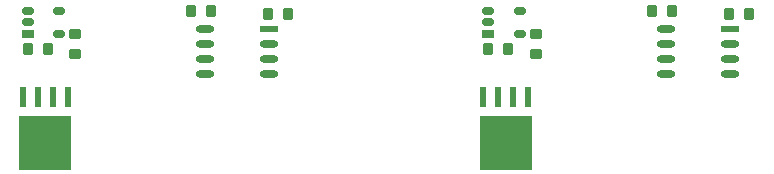
<source format=gbp>
G04*
G04 #@! TF.GenerationSoftware,Altium Limited,Altium Designer,21.6.1 (37)*
G04*
G04 Layer_Color=128*
%FSLAX25Y25*%
%MOIN*%
G70*
G04*
G04 #@! TF.SameCoordinates,FC2F02F7-AC22-4359-8BDB-CA83A4D5B66C*
G04*
G04*
G04 #@! TF.FilePolarity,Positive*
G04*
G01*
G75*
G04:AMPARAMS|DCode=19|XSize=39.37mil|YSize=35.43mil|CornerRadius=4.43mil|HoleSize=0mil|Usage=FLASHONLY|Rotation=0.000|XOffset=0mil|YOffset=0mil|HoleType=Round|Shape=RoundedRectangle|*
%AMROUNDEDRECTD19*
21,1,0.03937,0.02657,0,0,0.0*
21,1,0.03051,0.03543,0,0,0.0*
1,1,0.00886,0.01526,-0.01329*
1,1,0.00886,-0.01526,-0.01329*
1,1,0.00886,-0.01526,0.01329*
1,1,0.00886,0.01526,0.01329*
%
%ADD19ROUNDEDRECTD19*%
G04:AMPARAMS|DCode=28|XSize=39.37mil|YSize=35.43mil|CornerRadius=4.43mil|HoleSize=0mil|Usage=FLASHONLY|Rotation=90.000|XOffset=0mil|YOffset=0mil|HoleType=Round|Shape=RoundedRectangle|*
%AMROUNDEDRECTD28*
21,1,0.03937,0.02657,0,0,90.0*
21,1,0.03051,0.03543,0,0,90.0*
1,1,0.00886,0.01329,0.01526*
1,1,0.00886,0.01329,-0.01526*
1,1,0.00886,-0.01329,-0.01526*
1,1,0.00886,-0.01329,0.01526*
%
%ADD28ROUNDEDRECTD28*%
%ADD29O,0.06102X0.02362*%
%ADD30R,0.06102X0.02362*%
%ADD31R,0.03937X0.02598*%
G04:AMPARAMS|DCode=32|XSize=39.37mil|YSize=25.98mil|CornerRadius=6.5mil|HoleSize=0mil|Usage=FLASHONLY|Rotation=0.000|XOffset=0mil|YOffset=0mil|HoleType=Round|Shape=RoundedRectangle|*
%AMROUNDEDRECTD32*
21,1,0.03937,0.01299,0,0,0.0*
21,1,0.02638,0.02598,0,0,0.0*
1,1,0.01299,0.01319,-0.00650*
1,1,0.01299,-0.01319,-0.00650*
1,1,0.01299,-0.01319,0.00650*
1,1,0.01299,0.01319,0.00650*
%
%ADD32ROUNDEDRECTD32*%
%ADD33R,0.17800X0.18200*%
%ADD34R,0.02400X0.06500*%
G36*
X163524Y152740D02*
X162524D01*
Y153740D01*
X163524D01*
Y152740D01*
D02*
G37*
G36*
X9980D02*
X8980D01*
Y153740D01*
X9980D01*
Y152740D01*
D02*
G37*
D19*
X20079Y185236D02*
D03*
Y178543D02*
D03*
X173622Y185236D02*
D03*
Y178543D02*
D03*
D28*
X90945Y191929D02*
D03*
X84252D02*
D03*
X65354Y192913D02*
D03*
X58661D02*
D03*
X4134Y180315D02*
D03*
X10827D02*
D03*
X244488Y191929D02*
D03*
X237795D02*
D03*
X218898Y192913D02*
D03*
X212205D02*
D03*
X157677Y180315D02*
D03*
X164370D02*
D03*
D29*
X63386Y172087D02*
D03*
Y177087D02*
D03*
Y182087D02*
D03*
Y187087D02*
D03*
X84646Y172087D02*
D03*
Y177087D02*
D03*
Y182087D02*
D03*
X216929Y172087D02*
D03*
Y177087D02*
D03*
Y182087D02*
D03*
Y187087D02*
D03*
X238189Y172087D02*
D03*
Y177087D02*
D03*
Y182087D02*
D03*
D30*
X84646Y187087D02*
D03*
X238189D02*
D03*
D31*
X4213Y185433D02*
D03*
X157756D02*
D03*
D32*
X4213Y189173D02*
D03*
Y192913D02*
D03*
X14567Y185433D02*
D03*
Y192913D02*
D03*
X157756Y189173D02*
D03*
Y192913D02*
D03*
X168110Y185433D02*
D03*
Y192913D02*
D03*
D33*
X9980Y149140D02*
D03*
X163524D02*
D03*
D34*
X17480Y164173D02*
D03*
X12480D02*
D03*
X7480D02*
D03*
X2480D02*
D03*
X171024D02*
D03*
X166024D02*
D03*
X161024D02*
D03*
X156024D02*
D03*
M02*

</source>
